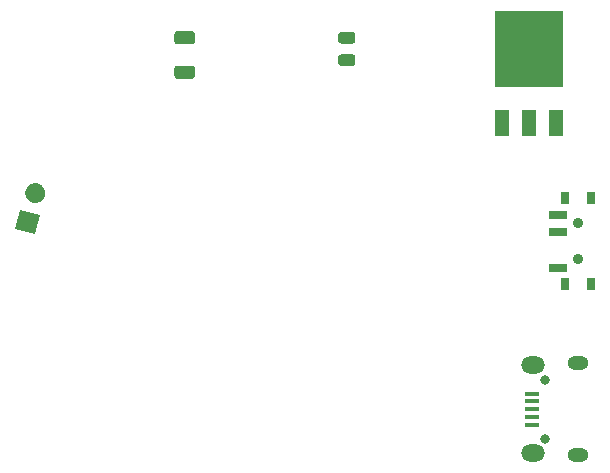
<source format=gbr>
%TF.GenerationSoftware,KiCad,Pcbnew,(5.1.10)-1*%
%TF.CreationDate,2021-09-09T07:46:21-05:00*%
%TF.ProjectId,Pivot_stand,5069766f-745f-4737-9461-6e642e6b6963,rev?*%
%TF.SameCoordinates,Original*%
%TF.FileFunction,Soldermask,Top*%
%TF.FilePolarity,Negative*%
%FSLAX46Y46*%
G04 Gerber Fmt 4.6, Leading zero omitted, Abs format (unit mm)*
G04 Created by KiCad (PCBNEW (5.1.10)-1) date 2021-09-09 07:46:21*
%MOMM*%
%LPD*%
G01*
G04 APERTURE LIST*
%ADD10R,0.800000X1.000000*%
%ADD11R,1.500000X0.700000*%
%ADD12C,0.900000*%
%ADD13C,0.100000*%
%ADD14R,5.800000X6.400000*%
%ADD15R,1.200000X2.200000*%
%ADD16O,0.800000X0.800000*%
%ADD17O,1.800000X1.150000*%
%ADD18O,2.000000X1.450000*%
%ADD19R,1.300000X0.450000*%
G04 APERTURE END LIST*
D10*
%TO.C,I/O*%
X172940000Y-125062000D03*
X172940000Y-117762000D03*
X175150000Y-117762000D03*
X175150000Y-125062000D03*
D11*
X172290000Y-119162000D03*
X172290000Y-120662000D03*
X172290000Y-123662000D03*
D12*
X174050000Y-119912000D03*
X174050000Y-122912000D03*
%TD*%
D13*
%TO.C,J2*%
G36*
X128441033Y-119198959D02*
G01*
X128001041Y-120841033D01*
X126358967Y-120401041D01*
X126798959Y-118758967D01*
X128441033Y-119198959D01*
G37*
G36*
G01*
X128878437Y-117566544D02*
X128878437Y-117566544D01*
G75*
G02*
X127837404Y-118167585I-821037J219996D01*
G01*
X127837404Y-118167585D01*
G75*
G02*
X127236363Y-117126552I219996J821037D01*
G01*
X127236363Y-117126552D01*
G75*
G02*
X128277396Y-116525511I821037J-219996D01*
G01*
X128277396Y-116525511D01*
G75*
G02*
X128878437Y-117566544I-219996J-821037D01*
G01*
G37*
%TD*%
D14*
%TO.C,U1*%
X169875200Y-105138800D03*
D15*
X172155200Y-111438800D03*
X169875200Y-111438800D03*
X167595200Y-111438800D03*
%TD*%
%TO.C,R1*%
G36*
G01*
X140090997Y-106553300D02*
X141341003Y-106553300D01*
G75*
G02*
X141591000Y-106803297I0J-249997D01*
G01*
X141591000Y-107428303D01*
G75*
G02*
X141341003Y-107678300I-249997J0D01*
G01*
X140090997Y-107678300D01*
G75*
G02*
X139841000Y-107428303I0J249997D01*
G01*
X139841000Y-106803297D01*
G75*
G02*
X140090997Y-106553300I249997J0D01*
G01*
G37*
G36*
G01*
X140090997Y-103628300D02*
X141341003Y-103628300D01*
G75*
G02*
X141591000Y-103878297I0J-249997D01*
G01*
X141591000Y-104503303D01*
G75*
G02*
X141341003Y-104753300I-249997J0D01*
G01*
X140090997Y-104753300D01*
G75*
G02*
X139841000Y-104503303I0J249997D01*
G01*
X139841000Y-103878297D01*
G75*
G02*
X140090997Y-103628300I249997J0D01*
G01*
G37*
%TD*%
D16*
%TO.C,J1*%
X171259600Y-133136000D03*
X171259600Y-138136000D03*
D17*
X174009600Y-131761000D03*
X174009600Y-139511000D03*
D18*
X170209600Y-131911000D03*
X170209600Y-139361000D03*
D19*
X170159600Y-134336000D03*
X170159600Y-134986000D03*
X170159600Y-135636000D03*
X170159600Y-136286000D03*
X170159600Y-136936000D03*
%TD*%
%TO.C,C1*%
G36*
G01*
X153957000Y-105590800D02*
X154907000Y-105590800D01*
G75*
G02*
X155157000Y-105840800I0J-250000D01*
G01*
X155157000Y-106340800D01*
G75*
G02*
X154907000Y-106590800I-250000J0D01*
G01*
X153957000Y-106590800D01*
G75*
G02*
X153707000Y-106340800I0J250000D01*
G01*
X153707000Y-105840800D01*
G75*
G02*
X153957000Y-105590800I250000J0D01*
G01*
G37*
G36*
G01*
X153957000Y-103690800D02*
X154907000Y-103690800D01*
G75*
G02*
X155157000Y-103940800I0J-250000D01*
G01*
X155157000Y-104440800D01*
G75*
G02*
X154907000Y-104690800I-250000J0D01*
G01*
X153957000Y-104690800D01*
G75*
G02*
X153707000Y-104440800I0J250000D01*
G01*
X153707000Y-103940800D01*
G75*
G02*
X153957000Y-103690800I250000J0D01*
G01*
G37*
%TD*%
M02*

</source>
